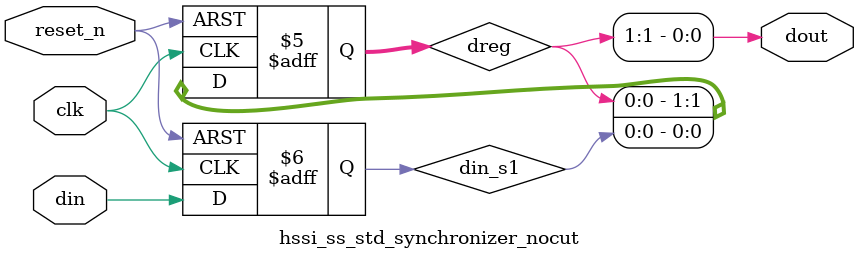
<source format=v>




// (C) 2001-2019 Intel Corporation. All rights reserved.
// Your use of Intel Corporation's design tools, logic functions and other
// software and tools, and its AMPP partner logic functions, and any output
// files from any of the foregoing (including device programming or simulation
// files), and any associated documentation or information are expressly subject
// to the terms and conditions of the Intel Program License Subscription
// Agreement, Intel FPGA IP License Agreement, or other applicable
// license agreement, including, without limitation, that your use is for the
// sole purpose of programming logic devices manufactured by Intel and sold by
// Intel or its authorized distributors.  Please refer to the applicable
// agreement for further details.


// $Id: //acds/main/ip/sopc/components/primitives/altera_std_synchronizer/altera_std_synchronizer.v#8 $
// $Revision: #8 $
// $Date: 2009/02/18 $
// $Author: pscheidt $
//-----------------------------------------------------------------------------
//
// File: altera_std_synchronizer_nocut.v
//
// Abstract: Single bit clock domain crossing synchronizer. Exactly the same
//           as altera_std_synchronizer.v, except that the embedded false
//           path constraint is removed in this module. If you use this
//           module, you will have to apply the appropriate timing
//           constraints.
//
//           We expect to make this a standard Quartus atom eventually.
//
//           Composed of two or more flip flops connected in series.
//           Random metastable condition is simulated when the
//           __ALTERA_STD__METASTABLE_SIM macro is defined.
//           Use +define+__ALTERA_STD__METASTABLE_SIM argument
//           on the Verilog simulator compiler command line to
//           enable this mode. In addition, define the macro
//           __ALTERA_STD__METASTABLE_SIM_VERBOSE to get console output
//           with every metastable event generated in the synchronizer.
//
// Copyright (C) Altera Corporation 2009, All Rights Reserved
//-----------------------------------------------------------------------------

`timescale 1ns / 1ns

module hssi_ss_std_synchronizer_nocut (
                                clk,
                                reset_n,
                                din,
                                dout
                                );

   parameter depth = 3; // This value must be >= 2 !
   parameter rst_value = 0;

   input   clk;
   input   reset_n;
   input   din;
   output  dout;

   // QuartusII synthesis directives:
   //     1. Preserve all registers ie. do not touch them.
   //     2. Do not merge other flip-flops with synchronizer flip-flops.
   // QuartusII TimeQuest directives:
   //     1. Identify all flip-flops in this module as members of the synchronizer
   //        to enable automatic metastability MTBF analysis.

   (* altera_attribute = {"-name ADV_NETLIST_OPT_ALLOWED NEVER_ALLOW; -name SYNCHRONIZER_IDENTIFICATION FORCED; -name DONT_MERGE_REGISTER ON; -name PRESERVE_REGISTER ON  "} *) reg din_s1;

   (* altera_attribute = {"-name ADV_NETLIST_OPT_ALLOWED NEVER_ALLOW; -name DONT_MERGE_REGISTER ON; -name PRESERVE_REGISTER ON"} *) reg [depth-2:0] dreg;

   //synthesis translate_off
   `ifndef QUARTUS_CDC
   initial begin
      if (depth <2) begin
         $display("%m: Error: synchronizer length: %0d less than 2.", depth);
      end
   end
   `endif 

   // the first synchronizer register is either a simple D flop for synthesis
   // and non-metastable simulation or a D flop with a method to inject random
   // metastable events resulting in random delay of [0,1] cycles

`ifdef __ALTERA_STD__METASTABLE_SIM

   reg[31:0]  RANDOM_SEED = 123456;
   wire  next_din_s1;
   wire  dout;
   reg   din_last;
   reg          random;
   event metastable_event; // hook for debug monitoring

   initial begin
      $display("%m: Info: Metastable event injection simulation mode enabled");
   end

   always @(posedge clk) begin
      if (reset_n == 0)
        random <= $random(RANDOM_SEED);
      else
        random <= $random;
   end

   assign next_din_s1 = (din_last ^ din) ? random : din;

   always @(posedge clk or negedge reset_n) begin
       if (reset_n == 0)
         din_last <= (rst_value == 0)? 1'b0 : 1'b1;
       else
         din_last <= din;
   end

   always @(posedge clk or negedge reset_n) begin
       if (reset_n == 0)
         din_s1 <= (rst_value == 0)? 1'b0 : 1'b1;
       else
         din_s1 <= next_din_s1;
   end

`else

   //synthesis translate_on
   generate if (rst_value == 0)
       always @(posedge clk or negedge reset_n) begin
           if (reset_n == 0)
             din_s1 <= 1'b0;
           else
             din_s1 <= din;
       end
   endgenerate

   generate if (rst_value == 1)
       always @(posedge clk or negedge reset_n) begin
           if (reset_n == 0)
             din_s1 <= 1'b1;
           else
             din_s1 <= din;
       end
   endgenerate
   //synthesis translate_off

`endif

`ifdef __ALTERA_STD__METASTABLE_SIM_VERBOSE
   always @(*) begin
      if (reset_n && (din_last != din) && (random != din)) begin
         $display("%m: Verbose Info: metastable event @ time %t", $time);
         ->metastable_event;
      end
   end
`endif

   //synthesis translate_on

   // the remaining synchronizer registers form a simple shift register
   // of length depth-1
   generate if (rst_value == 0)
      if (depth < 3) begin
         always @(posedge clk or negedge reset_n) begin
            if (reset_n == 0)
              dreg <= {depth-1{1'b0}};
            else
              dreg <= din_s1;
         end
      end else begin
         always @(posedge clk or negedge reset_n) begin
            if (reset_n == 0)
              dreg <= {depth-1{1'b0}};
            else
              dreg <= {dreg[depth-3:0], din_s1};
         end
      end
   endgenerate

   generate if (rst_value == 1)
      if (depth < 3) begin
         always @(posedge clk or negedge reset_n) begin
            if (reset_n == 0)
              dreg <= {depth-1{1'b1}};
            else
              dreg <= din_s1;
         end
      end else begin
         always @(posedge clk or negedge reset_n) begin
            if (reset_n == 0)
              dreg <= {depth-1{1'b1}};
            else
              dreg <= {dreg[depth-3:0], din_s1};
         end
      end
   endgenerate

   assign dout = dreg[depth-2];

		//synthesis translate_off
		initial begin
      if (rst_value == 0)
      begin
			  dreg = {(depth-1){1'b0}};
			  din_s1 = 1'b0;
      end
      else
      begin
			  dreg = {(depth-1){1'b1}};
			  din_s1 = 1'b1;
      end
		end
		//synthesis translate_on	

endmodule



`ifdef QUESTA_INTEL_OEM
`pragma questa_oem_00 "SsA75YSYGF80sMxcVcIJz7qC/bu5/GFmyOQtDL/x79k9awhwrs1/rpWwdMSdZM2X+KK5OPl7NlHx7SPY5wRckyl2RR/pULB4Gr4ljG7XN4DaAxjnUEsFPGaSXMbeLmHIwmOgVpfePQEWBImt9G4xgjV0kVX3ONW9Qk4+e/sQSunDVn3fkI+oox1qImh/vDaEBsdPebXpztP0C0MXDID9QjOct1HHbd4YOYjU6rRW6ytRVTAgUVCtVtjrBrh6nZmKolHLs61ndHAAHksEtwM5bUsDYf4uulMSZUoq5vXNoGhW69uzmwAhGmgnJsSBN3Zi39YzJRo1pSBJvnB5sH9hR2W6YpVmFv89UItWqD/d5A9e+jhaQBzmQQ5f1GcqKg8Kh6E2RBiNEbfolrxGtOAys2xle64bIbHKcwBLgUFzvHJ7TvC6aiNOQ3FxP4/o5VGg6ijm3irhl9x7a1Zr45GGXn6f0UYWtFQ+cdsqquaW+HD/W1+lnxY7yTC+Jr2pJxtI3MkWPP8wzVrDGVRcPtVhL3bTZklqzSUHMaWfQKC4yctLztTMYOMTpF9CEGHLVyj8a/bQsWK6BbzwOvm7p1edonpkUS4UyNJnRG3CoiUKIrVIgsoC93anC7zlqZoOz6t7LgNuPgUmYgDCUKspBcuZ8Zj9mFDX5uoveSicPmXT1UqGilT7vTq2FemUul1MBXlmXhLpxB5WJmx0KfiMbGfhzlZaI25yUuz2XqWG2xMmUCfUVN+Sf9DdiqY2RknzQMhko0CtW1mWxPEGgBhbA0niqX1HGq7DadJ1XP1istXreC4T/GbrnrPsOGLlLL2ur+umcg89wRkGjNSJYpdtAAYgWN2gyoKZqDuX9u501Ag0Z2+D5BRkD7Ds1L1PHq8mRq9JEhljejFCh/mkp4vT4stPUAOXE0JOFfhhXWekVXzLMfQYbMLerrq5ynxaE53vaZYIjdlBW0xqgRIfMCer8drIGQcFckjXZ+BecJhCy2dyi5UignzhPlLDCyuoeB/ezaT0"
`endif
</source>
